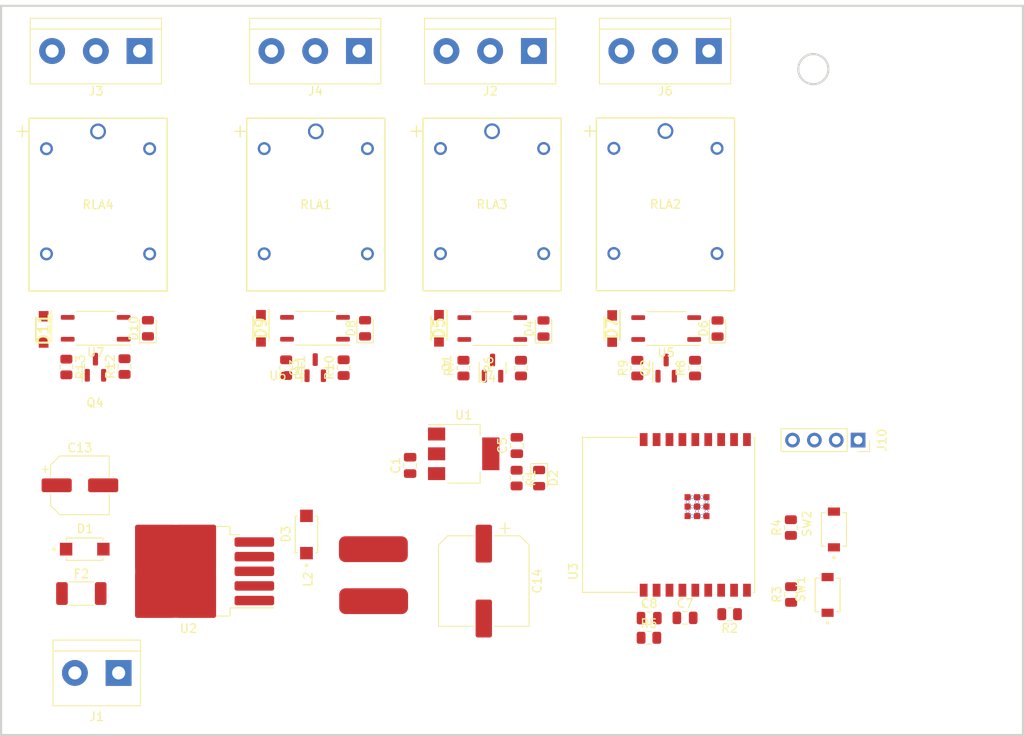
<source format=kicad_pcb>
(kicad_pcb (version 20221018) (generator pcbnew)
  (layers (0 "F.Cu" signal) (31 "B.Cu" signal) (34 "B.Paste" user) (35 "F.Paste" user) (36 "B.SilkS" user "B.Silkscreen") (37 "F.SilkS" user "F.Silkscreen") (38 "B.Mask" user) (39 "F.Mask" user) (44 "Edge.Cuts" user))
  (net 0 "")
  (net 1 "+5V")
  (net 2 "GND")
  (net 3 "+3V3")
  (net 4 "EN")
  (net 5 "Net-(D2-A)")
  (net 6 "Net-(D4-A)")
  (net 7 "Net-(D5-A)")
  (net 8 "Net-(D6-A)")
  (net 9 "Net-(D7-A)")
  (net 10 "Net-(D8-A)")
  (net 11 "Net-(D9-A)")
  (net 12 "Net-(D10-A)")
  (net 13 "Net-(D11-A)")
  (net 14 "Net-(R7-Pad1)")
  (net 15 "Net-(R9-Pad1)")
  (net 16 "Net-(R11-Pad1)")
  (net 17 "Net-(R13-Pad1)")
  (net 19 "TX")
  (net 20 "RX")
  (net 21 "IO9")
  (net 23 "Net-(Q1-B)")
  (net 24 "Net-(Q2-B)")
  (net 25 "Net-(Q3-B)")
  (net 26 "Net-(Q4-B)")
  (net 29 "IO8")
  (net 30 "Net-(R3-Pad2)")
  (net 31 "Net-(R4-Pad2)")
  (net 32 "RLY01")
  (net 33 "Net-(R6-Pad2)")
  (net 34 "RLY02")
  (net 35 "Net-(R8-Pad2)")
  (net 36 "RLY03")
  (net 37 "Net-(R10-Pad2)")
  (net 38 "RLY04")
  (net 39 "Net-(R12-Pad2)")
  (net 43 "Net-(J2-Pin_3)")
  (net 44 "Net-(J2-Pin_2)")
  (net 45 "Net-(J2-Pin_1)")
  (net 46 "Net-(J3-Pin_3)")
  (net 47 "Net-(J3-Pin_2)")
  (net 48 "Net-(J3-Pin_1)")
  (net 49 "Net-(J4-Pin_3)")
  (net 50 "Net-(J4-Pin_2)")
  (net 51 "Net-(J4-Pin_1)")
  (net 52 "Net-(J6-Pin_3)")
  (net 53 "Net-(J6-Pin_2)")
  (net 54 "Net-(J6-Pin_1)")
  (net 55 "+24V")
  (net 56 "Net-(U2-OUT)")
  (net 57 "Net-(D1-K)")
  (net 58 "Net-(D1-A)")
  (footprint "LED_SMD:LED_0805_2012Metric" (layer "F.Cu") (at 56.559 67.6572 90)
    (fp_text reference "D10" (at 0 -1.65 90) (layer "F.SilkS"))
    (fp_text value "LED")
    (pad "1" smd roundrect (at -0.9375 0 90) (size 0.975 1.4) (layers "F.Cu" "F.Paste" "F.Mask") (net 2 "GND"))
    (pad "2" smd roundrect (at 0.9375 0 90) (size 0.975 1.4) (layers "F.Cu" "F.Paste" "F.Mask") (net 12 "Net-(D10-A)"))
  )
  (footprint "G5LA_OMRON:RELAY_G5LA_OMR" (layer "F.Cu") (at 76.061377 44.779993)
    (fp_text reference "RLA1" (at 0 8.509 unlocked) (layer "F.SilkS"))
    (fp_text value "G5LA-1 DC12")
    (pad "1" thru_hole circle (at 0 0) (size 1.8288 1.8288) (drill 1.3208) (layers "*.Cu" "*.Mask") (net 11 "Net-(D9-A)"))
    (pad "2" thru_hole circle (at -5.9944 2.0066) (size 1.4986 1.4986) (drill 0.9652) (layers "*.Cu" "*.Mask") (net 49 "Net-(J4-Pin_3)"))
    (pad "3" thru_hole circle (at -5.9944 14.224) (size 1.4986 1.4986) (drill 0.9652) (layers "*.Cu" "*.Mask") (net 50 "Net-(J4-Pin_2)"))
    (pad "4" thru_hole circle (at 5.9944 14.224) (size 1.4986 1.4986) (drill 0.9652) (layers "*.Cu" "*.Mask") (net 51 "Net-(J4-Pin_1)"))
    (pad "5" thru_hole circle (at 5.9944 2.0066) (size 1.4986 1.4986) (drill 0.9652) (layers "*.Cu" "*.Mask") (net 55 "+24V"))
  )
  (footprint "button:SW_TL1015AF160QG" (layer "F.Cu") (at 135.509 98.6282 90)
    (fp_text reference "SW1" (at 0.675 -3.135 90) (layer "F.SilkS"))
    (fp_text value "SW_Push")
    (pad "1" smd rect (at -2.075 0 90) (size 0.95 1.4) (layers "F.Cu" "F.Paste" "F.Mask") (net 30 "Net-(R3-Pad2)"))
    (pad "2" smd rect (at 2.075 0 90) (size 0.95 1.4) (layers "F.Cu" "F.Paste" "F.Mask") (net 2 "GND"))
  )
  (footprint "TerminalBlock:TerminalBlock_bornier-3_P5.08mm" (layer "F.Cu") (at 81.07 35.45 180)
    (fp_text reference "J4" (at 5.05 -4.65 180) (layer "F.SilkS"))
    (fp_text value "Screw_Terminal_01x03")
    (pad "1" thru_hole rect (at 0 0 180) (size 3 3) (drill 1.52) (layers "*.Cu" "*.Mask") (net 51 "Net-(J4-Pin_1)"))
    (pad "2" thru_hole circle (at 5.08 0 180) (size 3 3) (drill 1.52) (layers "*.Cu" "*.Mask") (net 50 "Net-(J4-Pin_2)"))
    (pad "3" thru_hole circle (at 10.16 0 180) (size 3 3) (drill 1.52) (layers "*.Cu" "*.Mask") (net 49 "Net-(J4-Pin_3)"))
  )
  (footprint "Fuse:Fuse_2010_5025Metric" (layer "F.Cu") (at 48.8212 98.4674)
    (fp_text reference "F2" (at 0 -2.28) (layer "F.SilkS"))
    (fp_text value "Fuse")
    (pad "1" smd roundrect (at -2.25 0) (size 1.35 2.65) (layers "F.Cu" "F.Paste" "F.Mask") (roundrect_rratio 0.185185) (net 55 "+24V"))
    (pad "2" smd roundrect (at 2.25 0) (size 1.35 2.65) (layers "F.Cu" "F.Paste" "F.Mask") (roundrect_rratio 0.185185) (net 58 "Net-(D1-A)"))
  )
  (footprint "Package_TO_SOT_SMD:SOT-23" (layer "F.Cu") (at 75.99 72.2292 90)
    (fp_text reference "Q3" (at 0 -2.4 90) (layer "F.SilkS"))
    (fp_text value "BC817")
    (pad "1" smd roundrect (at -0.9375 -0.95 90) (size 1.475 0.6) (layers "F.Cu" "F.Paste" "F.Mask") (net 25 "Net-(Q3-B)"))
    (pad "2" smd roundrect (at -0.9375 0.95 90) (size 1.475 0.6) (layers "F.Cu" "F.Paste" "F.Mask") (net 2 "GND"))
    (pad "3" smd roundrect (at 0.9375 0 90) (size 1.475 0.6) (layers "F.Cu" "F.Paste" "F.Mask") (net 11 "Net-(D9-A)"))
  )
  (footprint "Package_SO:SOIC-4_4.55x3.7mm_P2.54mm" (layer "F.Cu") (at 75.9646 67.6572 180)
    (fp_text reference "U6" (at 4.318 -5.5178) (layer "F.SilkS"))
    (fp_text value "TLP185")
    (pad "1" smd roundrect (at -3.25 -1.27 180) (size 1.6 0.55) (layers "F.Cu" "F.Paste" "F.Mask") (net 37 "Net-(R10-Pad2)"))
    (pad "3" smd roundrect (at -3.25 1.27 180) (size 1.6 0.55) (layers "F.Cu" "F.Paste" "F.Mask") (net 10 "Net-(D8-A)"))
    (pad "4" smd roundrect (at 3.25 1.27 180) (size 1.6 0.55) (layers "F.Cu" "F.Paste" "F.Mask") (net 16 "Net-(R11-Pad1)"))
    (pad "6" smd roundrect (at 3.25 -1.27 180) (size 1.6 0.55) (layers "F.Cu" "F.Paste" "F.Mask") (net 55 "+24V"))
  )
  (footprint "Resistor_SMD:R_0805_2012Metric" (layer "F.Cu") (at 72.6118 72.2292 -90)
    (fp_text reference "R11" (at 0 -1.65 90) (layer "F.SilkS"))
    (fp_text value "1k")
    (pad "1" smd roundrect (at -0.9125 0 270) (size 1.025 1.4) (layers "F.Cu" "F.Paste" "F.Mask") (roundrect_rratio 0.243902) (net 16 "Net-(R11-Pad1)"))
    (pad "2" smd roundrect (at 0.9125 0 270) (size 1.025 1.4) (layers "F.Cu" "F.Paste" "F.Mask") (roundrect_rratio 0.243902) (net 25 "Net-(Q3-B)"))
  )
  (footprint "Capacitor_SMD:CP_Elec_10x12.6" (layer "F.Cu") (at 95.5734 97.0196 -90)
    (fp_text reference "C14" (at 0 -6.2 90) (layer "F.SilkS"))
    (fp_text value "C_Polarized_Small")
    (pad "1" smd roundrect (at -4.35 0 270) (size 4.4 1.9) (layers "F.Cu" "F.Paste" "F.Mask") (roundrect_rratio 0.131579) (net 1 "+5V"))
    (pad "2" smd roundrect (at 4.35 0 270) (size 4.4 1.9) (layers "F.Cu" "F.Paste" "F.Mask") (roundrect_rratio 0.131579) (net 2 "GND"))
  )
  (footprint "Resistor_SMD:R_0805_2012Metric" (layer "F.Cu") (at 131.2418 90.805 90)
    (fp_text reference "R4" (at 0 -1.65 90) (layer "F.SilkS"))
    (fp_text value "R")
    (pad "1" smd roundrect (at -0.9125 0 90) (size 1.025 1.4) (layers "F.Cu" "F.Paste" "F.Mask") (roundrect_rratio 0.243902) (net 21 "IO9"))
    (pad "2" smd roundrect (at 0.9125 0 90) (size 1.025 1.4) (layers "F.Cu" "F.Paste" "F.Mask") (roundrect_rratio 0.243902) (net 31 "Net-(R4-Pad2)"))
  )
  (footprint "G5LA_OMRON:RELAY_G5LA_OMR" (layer "F.Cu") (at 50.766111 44.790256)
    (fp_text reference "RLA4" (at 0 8.509 unlocked) (layer "F.SilkS"))
    (fp_text value "G5LA-1 DC12")
    (pad "1" thru_hole circle (at 0 0) (size 1.8288 1.8288) (drill 1.3208) (layers "*.Cu" "*.Mask") (net 13 "Net-(D11-A)"))
    (pad "2" thru_hole circle (at -5.9944 2.0066) (size 1.4986 1.4986) (drill 0.9652) (layers "*.Cu" "*.Mask") (net 46 "Net-(J3-Pin_3)"))
    (pad "3" thru_hole circle (at -5.9944 14.224) (size 1.4986 1.4986) (drill 0.9652) (layers "*.Cu" "*.Mask") (net 47 "Net-(J3-Pin_2)"))
    (pad "4" thru_hole circle (at 5.9944 14.224) (size 1.4986 1.4986) (drill 0.9652) (layers "*.Cu" "*.Mask") (net 48 "Net-(J3-Pin_1)"))
    (pad "5" thru_hole circle (at 5.9944 2.0066) (size 1.4986 1.4986) (drill 0.9652) (layers "*.Cu" "*.Mask") (net 55 "+24V"))
  )
  (footprint "Resistor_SMD:R_0805_2012Metric" (layer "F.Cu") (at 93.2112 72.28 90)
    (fp_text reference "R7" (at 0 -1.65 90) (layer "F.SilkS"))
    (fp_text value "1k")
    (pad "1" smd roundrect (at -0.9125 0 90) (size 1.025 1.4) (layers "F.Cu" "F.Paste" "F.Mask") (roundrect_rratio 0.243902) (net 14 "Net-(R7-Pad1)"))
    (pad "2" smd roundrect (at 0.9125 0 90) (size 1.025 1.4) (layers "F.Cu" "F.Paste" "F.Mask") (roundrect_rratio 0.243902) (net 23 "Net-(Q1-B)"))
  )
  (footprint "button:SW_TL1015AF160QG" (layer "F.Cu") (at 136.2456 91.0259 90)
    (fp_text reference "SW2" (at 0.675 -3.135 90) (layer "F.SilkS"))
    (fp_text value "SW_Push")
    (pad "1" smd rect (at -2.075 0 90) (size 0.95 1.4) (layers "F.Cu" "F.Paste" "F.Mask") (net 31 "Net-(R4-Pad2)"))
    (pad "2" smd rect (at 2.075 0 90) (size 0.95 1.4) (layers "F.Cu" "F.Paste" "F.Mask") (net 2 "GND"))
  )
  (footprint "Capacitor_SMD:C_0805_2012Metric" (layer "F.Cu") (at 114.7826 101.3206)
    (fp_text reference "C8" (at 0 -1.68) (layer "F.SilkS"))
    (fp_text value "C")
    (pad "1" smd roundrect (at -0.95 0) (size 1 1.45) (layers "F.Cu" "F.Paste" "F.Mask") (net 3 "+3V3"))
    (pad "2" smd roundrect (at 0.95 0) (size 1 1.45) (layers "F.Cu" "F.Paste" "F.Mask") (net 2 "GND"))
  )
  (footprint "Resistor_SMD:R_0805_2012Metric" (layer "F.Cu") (at 53.8412 72.1022 90)
    (fp_text reference "R12" (at 0 -1.65 90) (layer "F.SilkS"))
    (fp_text value "220r")
    (pad "1" smd roundrect (at -0.9125 0 90) (size 1.025 1.4) (layers "F.Cu" "F.Paste" "F.Mask") (roundrect_rratio 0.243902) (net 38 "RLY04"))
    (pad "2" smd roundrect (at 0.9125 0 90) (size 1.025 1.4) (layers "F.Cu" "F.Paste" "F.Mask") (roundrect_rratio 0.243902) (net 39 "Net-(R12-Pad2)"))
  )
  (footprint "Resistor_SMD:R_0805_2012Metric" (layer "F.Cu") (at 113.4042 72.28 90)
    (fp_text reference "R9" (at 0 -1.65 90) (layer "F.SilkS"))
    (fp_text value "1k")
    (pad "1" smd roundrect (at -0.9125 0 90) (size 1.025 1.4) (layers "F.Cu" "F.Paste" "F.Mask") (roundrect_rratio 0.243902) (net 15 "Net-(R9-Pad1)"))
    (pad "2" smd roundrect (at 0.9125 0 90) (size 1.025 1.4) (layers "F.Cu" "F.Paste" "F.Mask") (roundrect_rratio 0.243902) (net 24 "Net-(Q2-B)"))
  )
  (footprint "Package_SO:SOIC-4_4.55x3.7mm_P2.54mm" (layer "F.Cu") (at 96.564 67.6826 180)
    (fp_text reference "U4" (at 0.5572 -5.7126) (layer "F.SilkS"))
    (fp_text value "TLP185")
    (pad "1" smd roundrect (at -3.25 -1.27 180) (size 1.6 0.55) (layers "F.Cu" "F.Paste" "F.Mask") (net 33 "Net-(R6-Pad2)"))
    (pad "3" smd roundrect (at -3.25 1.27 180) (size 1.6 0.55) (layers "F.Cu" "F.Paste" "F.Mask") (net 6 "Net-(D4-A)"))
    (pad "4" smd roundrect (at 3.25 1.27 180) (size 1.6 0.55) (layers "F.Cu" "F.Paste" "F.Mask") (net 14 "Net-(R7-Pad1)"))
    (pad "6" smd roundrect (at 3.25 -1.27 180) (size 1.6 0.55) (layers "F.Cu" "F.Paste" "F.Mask") (net 55 "+24V"))
  )
  (footprint "Resistor_SMD:R_0805_2012Metric" (layer "F.Cu") (at 99.8914 72.28 90)
    (fp_text reference "R6" (at 0.4045 -3.7338 90) (layer "F.SilkS"))
    (fp_text value "220r")
    (pad "1" smd roundrect (at -0.9125 0 90) (size 1.025 1.4) (layers "F.Cu" "F.Paste" "F.Mask") (roundrect_rratio 0.243902) (net 32 "RLY01"))
    (pad "2" smd roundrect (at 0.9125 0 90) (size 1.025 1.4) (layers "F.Cu" "F.Paste" "F.Mask") (roundrect_rratio 0.243902) (net 33 "Net-(R6-Pad2)"))
  )
  (footprint "G5LA_OMRON:RELAY_G5LA_OMR" (layer "F.Cu") (at 96.536329 44.765935)
    (fp_text reference "RLA3" (at 0 8.509 unlocked) (layer "F.SilkS"))
    (fp_text value "G5LA-1 DC12")
    (pad "1" thru_hole circle (at 0 0) (size 1.8288 1.8288) (drill 1.3208) (layers "*.Cu" "*.Mask") (net 7 "Net-(D5-A)"))
    (pad "2" thru_hole circle (at -5.9944 2.0066) (size 1.4986 1.4986) (drill 0.9652) (layers "*.Cu" "*.Mask") (net 43 "Net-(J2-Pin_3)"))
    (pad "3" thru_hole circle (at -5.9944 14.224) (size 1.4986 1.4986) (drill 0.9652) (layers "*.Cu" "*.Mask") (net 44 "Net-(J2-Pin_2)"))
    (pad "4" thru_hole circle (at 5.9944 14.224) (size 1.4986 1.4986) (drill 0.9652) (layers "*.Cu" "*.Mask") (net 45 "Net-(J2-Pin_1)"))
    (pad "5" thru_hole circle (at 5.9944 2.0066) (size 1.4986 1.4986) (drill 0.9652) (layers "*.Cu" "*.Mask") (net 55 "+24V"))
  )
  (footprint "Resistor_SMD:R_0805_2012Metric" (layer "F.Cu") (at 47.0848 72.153 -90)
    (fp_text reference "R13" (at 0 -1.65 90) (layer "F.SilkS"))
    (fp_text value "1k")
    (pad "1" smd roundrect (at -0.9125 0 270) (size 1.025 1.4) (layers "F.Cu" "F.Paste" "F.Mask") (roundrect_rratio 0.243902) (net 17 "Net-(R13-Pad1)"))
    (pad "2" smd roundrect (at 0.9125 0 270) (size 1.025 1.4) (layers "F.Cu" "F.Paste" "F.Mask") (roundrect_rratio 0.243902) (net 26 "Net-(Q4-B)"))
  )
  (footprint "TerminalBlock:TerminalBlock_bornier-3_P5.08mm" (layer "F.Cu") (at 121.71 35.45 180)
    (fp_text reference "J6" (at 5.05 -4.65 180) (layer "F.SilkS"))
    (fp_text value "Screw_Terminal_01x03")
    (pad "1" thru_hole rect (at 0 0 180) (size 3 3) (drill 1.52) (layers "*.Cu" "*.Mask") (net 54 "Net-(J6-Pin_1)"))
    (pad "2" thru_hole circle (at 5.08 0 180) (size 3 3) (drill 1.52) (layers "*.Cu" "*.Mask") (net 53 "Net-(J6-Pin_2)"))
    (pad "3" thru_hole circle (at 10.16 0 180) (size 3 3) (drill 1.52) (layers "*.Cu" "*.Mask") (net 52 "Net-(J6-Pin_3)"))
  )
  (footprint "Capacitor_SMD:C_0805_2012Metric" (layer "F.Cu") (at 99.4088 81.2716 90)
    (fp_text reference "C5" (at 0 -1.68 90) (layer "F.SilkS"))
    (fp_text value "C")
    (pad "1" smd roundrect (at -0.95 0 90) (size 1 1.45) (layers "F.Cu" "F.Paste" "F.Mask") (net 3 "+3V3"))
    (pad "2" smd roundrect (at 0.95 0 90) (size 1 1.45) (layers "F.Cu" "F.Paste" "F.Mask") (net 2 "GND"))
  )
  (footprint "LED_SMD:LED_0805_2012Metric" (layer "F.Cu") (at 102.5076 67.6826 90)
    (fp_text reference "D4" (at 0 -1.65 90) (layer "F.SilkS"))
    (fp_text value "LED")
    (pad "1" smd roundrect (at -0.9375 0 90) (size 0.975 1.4) (layers "F.Cu" "F.Paste" "F.Mask") (net 2 "GND"))
    (pad "2" smd roundrect (at 0.9375 0 90) (size 0.975 1.4) (layers "F.Cu" "F.Paste" "F.Mask") (net 6 "Net-(D4-A)"))
  )
  (footprint "LED_SMD:LED_0805_2012Metric" (layer "F.Cu") (at 81.7812 67.6572 90)
    (fp_text reference "D8" (at 0 -1.65 90) (layer "F.SilkS"))
    (fp_text value "LED")
    (pad "1" smd roundrect (at -0.9375 0 90) (size 0.975 1.4) (layers "F.Cu" "F.Paste" "F.Mask") (net 2 "GND"))
    (pad "2" smd roundrect (at 0.9375 0 90) (size 0.975 1.4) (layers "F.Cu" "F.Paste" "F.Mask") (net 10 "Net-(D8-A)"))
  )
  (footprint "1n5819W:SODFL3618X110N" (layer "F.Cu") (at 90.3664 67.6572 -90)
    (fp_text reference "D5" (at 0 0 90) (layer "F.SilkS") (effects (font (size 1.27 1.27) (thickness 0.254))))
    (fp_text value "1N5819W" hide)
    (pad "1" smd rect (at -1.525 0) (size 1.13 1.21) (layers "F.Cu" "F.Paste" "F.Mask") (net 55 "+24V"))
    (pad "2" smd rect (at 1.525 0) (size 1.13 1.21) (layers "F.Cu" "F.Paste" "F.Mask") (net 7 "Net-(D5-A)"))
  )
  (footprint "Resistor_SMD:R_0805_2012Metric" (layer "F.Cu") (at 124.1298 100.8634 180)
    (fp_text reference "R2" (at 0 -1.65) (layer "F.SilkS"))
    (fp_text value "10k")
    (pad "1" smd roundrect (at -0.9125 0 180) (size 1.025 1.4) (layers "F.Cu" "F.Paste" "F.Mask") (roundrect_rratio 0.243902) (net 3 "+3V3"))
    (pad "2" smd roundrect (at 0.9125 0 180) (size 1.025 1.4) (layers "F.Cu" "F.Paste" "F.Mask") (roundrect_rratio 0.243902) (net 29 "IO8"))
  )
  (footprint "TerminalBlock:TerminalBlock_bornier-3_P5.08mm" (layer "F.Cu") (at 55.59 35.45 180)
    (fp_text reference "J3" (at 5.05 -4.65 180) (layer "F.SilkS"))
    (fp_text value "Screw_Terminal_01x03")
    (pad "1" thru_hole rect (at 0 0 180) (size 3 3) (drill 1.52) (layers "*.Cu" "*.Mask") (net 48 "Net-(J3-Pin_1)"))
    (pad "2" thru_hole circle (at 5.08 0 180) (size 3 3) (drill 1.52) (layers "*.Cu" "*.Mask") (net 47 "Net-(J3-Pin_2)"))
    (pad "3" thru_hole circle (at 10.16 0 180) (size 3 3) (drill 1.52) (layers "*.Cu" "*.Mask") (net 46 "Net-(J3-Pin_3)"))
  )
  (footprint "Package_SO:SOIC-4_4.55x3.7mm_P2.54mm" (layer "F.Cu") (at 116.757 67.6826 180)
    (fp_text reference "U5" (at 0 -2.8) (layer "F.SilkS"))
    (fp_text value "TLP185")
    (pad "1" smd roundrect (at -3.25 -1.27 180) (size 1.6 0.55) (layers "F.Cu" "F.Paste" "F.Mask") (net 35 "Net-(R8-Pad2)"))
    (pad "3" smd roundrect (at -3.25 1.27 180) (size 1.6 0.55) (layers "F.Cu" "F.Paste" "F.Mask") (net 8 "Net-(D6-A)"))
    (pad "4" smd roundrect (at 3.25 1.27 180) (size 1.6 0.55) (layers "F.Cu" "F.Paste" "F.Mask") (net 15 "Net-(R9-Pad1)"))
    (pad "6" smd roundrect (at 3.25 -1.27 180) (size 1.6 0.55) (layers "F.Cu" "F.Paste" "F.Mask") (net 55 "+24V"))
  )
  (footprint "G5LA_OMRON:RELAY_G5LA_OMR" (layer "F.Cu") (at 116.674024 44.745228)
    (fp_text reference "RLA2" (at 0 8.509 unlocked) (layer "F.SilkS"))
    (fp_text value "G5LA-1 DC12")
    (pad "1" thru_hole circle (at 0 0) (size 1.8288 1.8288) (drill 1.3208) (layers "*.Cu" "*.Mask") (net 9 "Net-(D7-A)"))
    (pad "2" thru_hole circle (at -5.9944 2.0066) (size 1.4986 1.4986) (drill 0.9652) (layers "*.Cu" "*.Mask") (net 52 "Net-(J6-Pin_3)"))
    (pad "3" thru_hole circle (at -5.9944 14.224) (size 1.4986 1.4986) (drill 0.9652) (layers "*.Cu" "*.Mask") (net 53 "Net-(J6-Pin_2)"))
    (pad "4" thru_hole circle (at 5.9944 14.224) (size 1.4986 1.4986) (drill 0.9652) (layers "*.Cu" "*.Mask") (net 54 "Net-(J6-Pin_1)"))
    (pad "5" thru_hole circle (at 5.9944 2.0066) (size 1.4986 1.4986) (drill 0.9652) (layers "*.Cu" "*.Mask") (net 55 "+24V"))
  )
  (footprint "Resistor_SMD:R_0805_2012Metric" (layer "F.Cu") (at 99.3834 85.0562 -90)
    (fp_text reference "R1" (at 0 -1.65 90) (layer "F.SilkS"))
    (fp_text value "R")
    (pad "1" smd roundrect (at -0.9125 0 270) (size 1.025 1.4) (layers "F.Cu" "F.Paste" "F.Mask") (roundrect_rratio 0.243902) (net 3 "+3V3"))
    (pad "2" smd roundrect (at 0.9125 0 270) (size 1.025 1.4) (layers "F.Cu" "F.Paste" "F.Mask") (roundrect_rratio 0.243902) (net 5 "Net-(D2-A)"))
  )
  (footprint "Package_TO_SOT_SMD:SOT-23" (layer "F.Cu") (at 116.757 72.28 90)
    (fp_text reference "Q2" (at 0 -2.4 90) (layer "F.SilkS"))
    (fp_text value "BC817")
    (pad "1" smd roundrect (at -0.9375 -0.95 90) (size 1.475 0.6) (layers "F.Cu" "F.Paste" "F.Mask") (net 24 "Net-(Q2-B)"))
    (pad "2" smd roundrect (at -0.9375 0.95 90) (size 1.475 0.6) (layers "F.Cu" "F.Paste" "F.Mask") (net 2 "GND"))
    (pad "3" smd roundrect (at 0.9375 0 90) (size 1.475 0.6) (layers "F.Cu" "F.Paste" "F.Mask") (net 9 "Net-(D7-A)"))
  )
  (footprint "TerminalBlock:TerminalBlock_bornier-2_P5.08mm" (layer "F.Cu") (at 53.1554 107.6876 180)
    (fp_text reference "J1" (at 2.54 -5.08) (layer "F.SilkS"))
    (fp_text value "Screw_Terminal_01x02")
    (pad "1" thru_hole rect (at 0 0 180) (size 3 3) (drill 1.52) (layers "*.Cu" "*.Mask") (net 2 "GND"))
    (pad "2" thru_hole circle (at 5.08 0 180) (size 3 3) (drill 1.52) (layers "*.Cu" "*.Mask") (net 55 "+24V"))
  )
  (footprint "Package_TO_SOT_SMD:SOT-223-3_TabPin2" (layer "F.Cu") (at 93.2366 82.2368)
    (fp_text reference "U1" (at 0 -4.5) (layer "F.SilkS"))
    (fp_text value "AMS1117-3.3")
    (pad "1" smd rect (at -3.15 -2.3) (size 2 1.5) (layers "F.Cu" "F.Paste" "F.Mask") (net 2 "GND"))
    (pad "2" smd rect (at -3.15 0) (size 2 1.5) (layers "F.Cu" "F.Paste" "F.Mask") (net 3 "+3V3"))
    (pad "2" smd rect (at 3.15 0) (size 2 3.8) (layers "F.Cu" "F.Paste" "F.Mask") (net 3 "+3V3"))
    (pad "3" smd rect (at -3.15 2.3) (size 2 1.5) (layers "F.Cu" "F.Paste" "F.Mask") (net 1 "+5V"))
  )
  (footprint "Capacitor_SMD:CP_Elec_6.3x7.7" (layer "F.Cu") (at 48.6582 85.8944)
    (fp_text reference "C13" (at 0 -4.35) (layer "F.SilkS"))
    (fp_text value "C_Polarized_Small")
    (pad "1" smd roundrect (at -2.7 0) (size 3.5 1.6) (layers "F.Cu" "F.Paste" "F.Mask") (roundrect_rratio 0.15625) (net 57 "Net-(D1-K)"))
    (pad "2" smd roundrect (at 2.7 0) (size 3.5 1.6) (layers "F.Cu" "F.Paste" "F.Mask") (roundrect_rratio 0.15625) (net 2 "GND"))
  )
  (footprint "Package_TO_SOT_SMD:SOT-23" (layer "F.Cu") (at 96.5894 72.28 90)
    (fp_text reference "Q1" (at 0.5572 -5.3126 90) (layer "F.SilkS"))
    (fp_text value "BC817")
    (pad "1" smd roundrect (at -0.9375 -0.95 90) (size 1.475 0.6) (layers "F.Cu" "F.Paste" "F.Mask") (net 23 "Net-(Q1-B)"))
    (pad "2" smd roundrect (at -0.9375 0.95 90) (size 1.475 0.6) (layers "F.Cu" "F.Paste" "F.Mask") (net 2 "GND"))
    (pad "3" smd roundrect (at 0.9375 0 90) (size 1.475 0.6) (layers "F.Cu" "F.Paste" "F.Mask") (net 7 "Net-(D5-A)"))
  )
  (footprint "Capacitor_SMD:C_0805_2012Metric" (layer "F.Cu") (at 118.9482 101.2952)
    (fp_text reference "C7" (at 0 -1.68) (layer "F.SilkS"))
    (fp_text value "1uF")
    (pad "1" smd roundrect (at -0.95 0) (size 1 1.45) (layers "F.Cu" "F.Paste" "F.Mask") (net 4 "EN"))
    (pad "2" smd roundrect (at 0.95 0) (size 1 1.45) (layers "F.Cu" "F.Paste" "F.Mask") (net 2 "GND"))
  )
  (footprint "Package_TO_SOT_SMD:SOT-23" (layer "F.Cu") (at 50.463 72.1784 90)
    (fp_text reference "Q4" (at -4.1402 -0.0508 180) (layer "F.SilkS"))
    (fp_text value "BC817")
    (pad "1" smd roundrect (at -0.9375 -0.95 90) (size 1.475 0.6) (layers "F.Cu" "F.Paste" "F.Mask") (net 26 "Net-(Q4-B)"))
    (pad "2" smd roundrect (at -0.9375 0.95 90) (size 1.475 0.6) (layers "F.Cu" "F.Paste" "F.Mask") (net 2 "GND"))
    (pad "3" smd roundrect (at 0.9375 0 90) (size 1.475 0.6) (layers "F.Cu" "F.Paste" "F.Mask") (net 13 "Net-(D11-A)"))
  )
  (footprint "LED_SMD:LED_0805_2012Metric" (layer "F.Cu") (at 122.726 67.6826 90)
    (fp_text reference "D6" (at 0 -1.65 90) (layer "F.SilkS"))
    (fp_text value "LED")
    (pad "1" smd roundrect (at -0.9375 0 90) (size 0.975 1.4) (layers "F.Cu" "F.Paste" "F.Mask") (net 2 "GND"))
    (pad "2" smd roundrect (at 0.9375 0 90) (size 0.975 1.4) (layers "F.Cu" "F.Paste" "F.Mask") (net 8 "Net-(D6-A)"))
  )
  (footprint "LED_SMD:LED_0805_2012Metric" (layer "F.Cu") (at 101.9996 85.0562 -90)
    (fp_text reference "D2" (at 0 -1.65 90) (layer "F.SilkS"))
    (fp_text value "LED")
    (pad "1" smd roundrect (at -0.9375 0 270) (size 0.975 1.4) (layers "F.Cu" "F.Paste" "F.Mask") (net 2 "GND"))
    (pad "2" smd roundrect (at 0.9375 0 270) (size 0.975 1.4) (layers "F.Cu" "F.Paste" "F.Mask") (net 5 "Net-(D2-A)"))
  )
  (footprint "Capacitor_SMD:C_0805_2012Metric" (layer "F.Cu") (at 87.0136 83.583 90)
    (fp_text reference "C1" (at 0 -1.68 90) (layer "F.SilkS"))
    (fp_text value "C")
    (pad "1" smd roundrect (at -0.95 0 90) (size 1 1.45) (layers "F.Cu" "F.Paste" "F.Mask") (net 1 "+5V"))
    (pad "2" smd roundrect (at 0.95 0 90) (size 1 1.45) (layers "F.Cu" "F.Paste" "F.Mask") (net 2 "GND"))
  )
  (footprint "TerminalBlock:TerminalBlock_bornier-3_P5.08mm" (layer "F.Cu") (at 101.39 35.45 180)
    (fp_text reference "J2" (at 5.05 -4.65 180) (layer "F.SilkS"))
    (fp_text value "Screw_Terminal_01x03")
    (pad "1" thru_hole rect (at 0 0 180) (size 3 3) (drill 1.52) (layers "*.Cu" "*.Mask") (net 45 "Net-(J2-Pin_1)"))
    (pad "2" thru_hole circle (at 5.08 0 180) (size 3 3) (drill 1.52) (layers "*.Cu" "*.Mask") (net 44 "Net-(J2-Pin_2)"))
    (pad "3" thru_hole circle (at 10.16 0 180) (size 3 3) (drill 1.52) (layers "*.Cu" "*.Mask") (net 43 "Net-(J2-Pin_3)"))
  )
  (footprint "SS310:SODFL5226X100N" (layer "F.Cu") (at 49.217 93.3112)
    (fp_text reference "D1" (at 0.04 -2.385) (layer "F.SilkS"))
    (fp_text value "1N5819WS")
    (pad "1" smd rect (at -2.165 0) (size 1.44 1.48) (layers "F.Cu" "F.Paste" "F.Mask") (net 57 "Net-(D1-K)"))
    (pad "2" smd rect (at 2.165 0) (size 1.44 1.48) (layers "F.Cu" "F.Paste" "F.Mask") (net 58 "Net-(D1-A)"))
  )
  (footprint "SS310:SODFL5226X100N" (layer "F.Cu") (at 74.974 91.6094 90)
    (fp_text reference "D3" (at 0.04 -2.385 90) (layer "F.SilkS"))
    (fp_text value "1N5819WS")
    (pad "1" smd rect (at -2.165 0 90) (size 1.44 1.48) (layers "F.Cu" "F.Paste" "F.Mask") (net 1 "+5V"))
    (pad "2" smd rect (at 2.165 0 90) (size 1.44 1.48) (layers "F.Cu" "F.Paste" "F.Mask") (net 2 "GND"))
  )
  (footprint "Resistor_SMD:R_0805_2012Metric" (layer "F.Cu") (at 114.7572 103.6066)
    (fp_text reference "R5" (at 0 -1.65) (layer "F.SilkS"))
    (fp_text value "10K")
    (pad "1" smd roundrect (at -0.9125 0) (size 1.025 1.4) (layers "F.Cu" "F.Paste" "F.Mask") (roundrect_rratio 0.243902) (net 3 "+3V3"))
    (pad "2" smd roundrect (at 0.9125 0) (size 1.025 1.4) (layers "F.Cu" "F.Paste" "F.Mask") (roundrect_rratio 0.243902) (net 4 "EN"))
  )
  (footprint "Resistor_SMD:R_0805_2012Metric" (layer "F.Cu") (at 131.2672 98.5774 90)
    (fp_text reference "R3" (at 0 -1.65 90) (layer "F.SilkS"))
    (fp_text value "R")
    (pad "1" smd roundrect (at -0.9125 0 90) (size 1.025 1.4) (layers "F.Cu" "F.Paste" "F.Mask") (roundrect_rratio 0.243902) (net 4 "EN"))
    (pad "2" smd roundrect (at 0.9125 0 90) (size 1.025 1.4) (layers "F.Cu" "F.Paste" "F.Mask") (roundrect_rratio 0.243902) (net 30 "Net-(R3-Pad2)"))
  )
  (footprint "Connector_PinSocket_2.54mm:PinSocket_1x04_P2.54mm_Vertical" (layer "F.Cu") (at 139.055 80.6446 -90)
    (fp_text reference "J10" (at 0 -2.77 90) (layer "F.SilkS"))
    (fp_text value "Conn_01x04_Male")
    (pad "1" thru_hole rect (at 0 0 270) (size 1.7 1.7) (drill 1) (layers "*.Cu" "*.Mask") (net 19 "TX"))
    (pad "2" thru_hole oval (at 0 2.54 270) (size 1.7 1.7) (drill 1) (layers "*.Cu" "*.Mask") (net 20 "RX"))
    (pad "3" thru_hole oval (at 0 5.08 270) (size 1.7 1.7) (drill 1) (layers "*.Cu" "*.Mask") (net 21 "IO9"))
    (pad "4" thru_hole oval (at 0 7.62 270) (size 1.7 1.7) (drill 1) (layers "*.Cu" "*.Mask") (net 2 "GND"))
  )
  (footprint "Resistor_SMD:R_0805_2012Metric" (layer "F.Cu") (at 79.292 72.2292 90)
    (fp_text reference "R10" (at 0 -1.65 90) (layer "F.SilkS"))
    (fp_text value "220r")
    (pad "1" smd roundrect (at -0.9125 0 90) (size 1.025 1.4) (layers "F.Cu" "F.Paste" "F.Mask") (roundrect_rratio 0.243902) (net 36 "RLY03"))
    (pad "2" smd roundrect (at 0.9125 0 90) (size 1.025 1.4) (layers "F.Cu" "F.Paste" "F.Mask") (roundrect_rratio 0.243902) (net 37 "Net-(R10-Pad2)"))
  )
  (footprint "1n5819W:SODFL3618X110N" (layer "F.Cu") (at 44.4432 67.7842 -90)
    (fp_text reference "D11" (at 0 0 90) (layer "F.SilkS") (effects (font (size 1.27 1.27) (thickness 0.254))))
    (fp_text value "1N5819W" hide)
    (pad "1" smd rect (at -1.525 0) (size 1.13 1.21) (layers "F.Cu" "F.Paste" "F.Mask") (net 55 "+24V"))
    (pad "2" smd rect (at 1.525 0) (size 1.13 1.21) (layers "F.Cu" "F.Paste" "F.Mask") (net 13 "Net-(D11-A)"))
  )
  (footprint "Package_TO_SOT_SMD:TO-263-5_TabPin3" (layer "F.Cu") (at 61.2714 95.883 180)
    (fp_text reference "U2" (at 0 -6.65) (layer "F.SilkS"))
    (fp_text value "LM2576HVS-5")
    (pad "1" smd roundrect (at -7.65 -3.4 180) (size 4.6 1.1) (layers "F.Cu" "F.Paste" "F.Mask") (roundrect_rratio 0.227273) (net 57 "Net-(D1-K)"))
    (pad "2" smd roundrect (at -7.65 -1.7 180) (size 4.6 1.1) (layers "F.Cu" "F.Paste" "F.Mask") (roundrect_rratio 0.227273) (net 56 "Net-(U2-OUT)"))
    (pad "3" smd roundrect (at -7.65 0 180) (size 4.6 1.1) (layers "F.Cu" "F.Paste" "F.Mask") (roundrect_rratio 0.227273) (net 2 "GND"))
    (pad "3" smd roundrect (at -0.925 -2.775 180) (size 4.55 5.25) (layers "F.Cu" "F.Paste") (roundrect_rratio 0.054945) (net 2 "GND"))
    (pad "3" smd roundrect (at -0.925 2.775 180) (size 4.55 5.25) (layers "F.Cu" "F.Paste") (roundrect_rratio 0.054945) (net 2 "GND"))
    (pad "3" smd roundrect (at 1.5 0 180) (size 9.4 10.8) (layers "F.Cu" "F.Mask") (roundrect_rratio 0.026596) (net 2 "GND"))
    (pad "3" smd roundrect (at 3.925 -2.775 180) (size 4.55 5.25) (layers "F.Cu" "F.Paste") (roundrect_rratio 0.054945) (net 2 "GND"))
    (pad "3" smd roundrect (at 3.925 2.775 180) (size 4.55 5.25) (layers "F.Cu" "F.Paste") (roundrect_rratio 0.054945) (net 2 "GND"))
    (pad "4" smd roundrect (at -7.65 1.7 180) (size 4.6 1.1) (layers "F.Cu" "F.Paste" "F.Mask") (roundrect_rratio 0.227273) (net 1 "+5V"))
    (pad "5" smd roundrect (at -7.65 3.4 180) (size 4.6 1.1) (layers "F.Cu" "F.Paste" "F.Mask") (roundrect_rratio 0.227273) (net 2 "GND"))
  )
  (footprint "ESP32_C3:MODULE_ESP32-C3-WROOM-02-H4" (layer "F.Cu") (at 117.0432 89.3318 90)
    (fp_text reference "U3" (at -6.575 -11.085 90) (layer "F.SilkS"))
    (fp_text value "ESP32-C3-WROOM-02-N4")
    (pad "1" smd rect (at -8.75 -2.9 90) (size 1.5 0.9) (layers "F.Cu" "F.Paste" "F.Mask") (net 3 "+3V3"))
    (pad "2" smd rect (at -8.75 -1.4 90) (size 1.5 0.9) (layers "F.Cu" "F.Paste" "F.Mask") (net 4 "EN"))
    (pad "3" smd rect (at -8.75 0.1 90) (size 1.5 0.9) (layers "F.Cu" "F.Paste" "F.Mask"))
    (pad "4" smd rect (at -8.75 1.6 90) (size 1.5 0.9) (layers "F.Cu" "F.Paste" "F.Mask"))
    (pad "5" smd rect (at -8.75 3.1 90) (size 1.5 0.9) (layers "F.Cu" "F.Paste" "F.Mask"))
    (pad "6" smd rect (at -8.75 4.6 90) (size 1.5 0.9) (layers "F.Cu" "F.Paste" "F.Mask"))
    (pad "7" smd rect (at -8.75 6.1 90) (size 1.5 0.9) (layers "F.Cu" "F.Paste" "F.Mask") (net 29 "IO8"))
    (pad "8" smd rect (at -8.75 7.6 90) (size 1.5 0.9) (layers "F.Cu" "F.Paste" "F.Mask") (net 21 "IO9"))
    (pad "9" smd rect (at -8.75 9.1 90) (size 1.5 0.9) (layers "F.Cu" "F.Paste" "F.Mask") (net 2 "GND"))
    (pad "10" smd rect (at 8.75 9.1 90) (size 1.5 0.9) (layers "F.Cu" "F.Paste" "F.Mask"))
    (pad "11" smd rect (at 8.75 7.6 90) (size 1.5 0.9) (layers "F.Cu" "F.Paste" "F.Mask") (net 20 "RX"))
    (pad "12" smd rect (at 8.75 6.1 90) (size 1.5 0.9) (layers "F.Cu" "F.Paste" "F.Mask") (net 19 "TX"))
    (pad "13" smd rect (at 8.75 4.6 90) (size 1.5 0.9) (layers "F.Cu" "F.Paste" "F.Mask"))
    (pad "14" smd rect (at 8.75 3.1 90) (size 1.5 0.9) (layers "F.Cu" "F.Paste" "F.Mask"))
    (pad "15" smd rect (at 8.75 1.6 90) (size 1.5 0.9) (layers "F.Cu" "F.Paste" "F.Mask") (net 38 "RLY04"))
    (pad "16" smd rect (at 8.75 0.1 90) (size 1.5 0.9) (layers "F.Cu" "F.Paste" "F.Mask") (net 36 "RLY03"))
    (pad "17" smd rect (at 8.75 -1.4 90) (size 1.5 0.9) (layers "F.Cu" "F.Paste" "F.Mask") (net 34 "RLY02"))
    (pad "18" smd rect (at 8.75 -2.9 90) (size 1.5 0.9) (layers "F.Cu" "F.Paste" "F.Mask") (net 32 "RLY01"))
    (pad "19" smd rect (at -0.14 2.2 90) (size 0.7 0.7) (layers "F.Cu" "F.Paste" "F.Mask") (net 2 "GND"))
    (pad "20" smd rect (at 0.96 2.2 90) (size 0.7 0.7) (layers "F.Cu" "F.Paste" "F.Mask") (net 2 "GND"))
    (pad "21" smd rect (at 2.06 2.2 90) (size 0.7 0.7) (layers "F.Cu" "F.Paste" "F.Mask") (net 2 "GND"))
    (pad "22" smd rect (at -0.14 3.3 90) (size 0.7 0.7) (layers "F.Cu" "F.Paste" "F.Mask") (net 2 "GND"))
    (pad "23" smd rect (at 0.96 3.3 90) (size 0.7 0.7) (layers "F.Cu" "F.Paste" "F.Mask") (net 2 "GND"))
    (pad "24" smd rect (at 2.06 3.3 90) (size 0.7 0.7) (layers "F.Cu" "F.Paste" "F.Mask") (net 2 "GND"))
    (pad "25" smd rect (at -0.14 4.4 90) (size 0.7 0.7) (layers "F.Cu" "F.Paste" "F.Mask") (net 2 "GND"))
    (pad "26" smd rect (at 0.96 4.4 90) (size 0.7 0.7) (layers "F.Cu" "F.Paste" "F.Mask") (net 2 "GND"))
    (pad "27" smd rect (at 2.06 4.4 90) (size 0.7 0.7) (layers "F.Cu" "F.Paste" "F.Mask") (net 2 "GND"))
    (pad "28" thru_hole circle (at 0.41 2.2 90) (size 0.4 0.4) (drill 0.3) (layers "*.Cu") (net 2 "GND"))
    (pad "29" thru_hole circle (at 1.51 2.2 90) (size 0.4 0.4) (drill 0.3) (layers "*.Cu") (net 2 "GND"))
    (pad "30" thru_hole circle (at -0.14 2.75 90) (size 0.4 0.4) (drill 0.3) (layers "*.Cu") (net 2 "GND"))
    (pad "31" thru_hole circle (at 0.96 2.75 90) (size 0.4 0.4) (drill 0.3) (layers "*.Cu") (net 2 "GND"))
    (pad "32" thru_hole circle (at 2.06 2.75 90) (size 0.4 0.4) (drill 0.3) (layers "*.Cu") (net 2 "GND"))
    (pad "33" thru_hole circle (at 0.41 3.3 90) (size 0.4 0.4) (drill 0.3) (layers "*.Cu") (net 2 "GND"))
    (pad "34" thru_hole circle (at 1.51 3.3 90) (size 0.4 0.4) (drill 0.3) (layers "*.Cu") (net 2 "GND"))
    (pad "35" thru_hole circle (at -0.14 3.85 90) (size 0.4 0.4) (drill 0.3) (layers "*.Cu") (net 2 "GND"))
    (pad "36" thru_hole circle (at 0.96 3.85 90) (size 0.4 0.4) (drill 0.3) (layers "*.Cu") (net 2 "GND"))
    (pad "37" thru_hole circle (at 2.06 3.85 90) (size 0.4 0.4) (drill 0.3) (layers "*.Cu") (net 2 "GND"))
    (pad "38" thru_hole circle (at 0.41 4.4 90) (size 0.4 0.4) (drill 0.3) (layers "*.Cu") (net 2 "GND"))
    (pad "39" thru_hole circle (at 1.51 4.4 90) (size 0.4 0.4) (drill 0.3) (layers "*.Cu") (net 2 "GND"))
  )
  (footprint "1n5819W:SODFL3618X110N" (layer "F.Cu") (at 110.4832 67.6826 -90)
    (fp_text reference "D7" (at 0 0 90) (layer "F.SilkS") (effects (font (size 1.27 1.27) (thickness 0.254))))
    (fp_text value "1N5819W" hide)
    (pad "1" smd rect (at -1.525 0) (size 1.13 1.21) (layers "F.Cu" "F.Paste" "F.Mask") (net 55 "+24V"))
    (pad "2" smd rect (at 1.525 0) (size 1.13 1.21) (layers "F.Cu" "F.Paste" "F.Mask") (net 9 "Net-(D7-A)"))
  )
  (footprint "L:100uH" (layer "F.Cu") (at 77.6964 96.8138 90)
    (fp_text reference "L2" (at 0 -2.54 90 unlocked) (layer "F.SilkS"))
    (fp_text value "L")
    (pad "1" smd roundrect (at -2.54 5.08 90) (size 3 8) (layers "F.Cu" "F.Paste" "F.Mask") (net 56 "Net-(U2-OUT)"))
    (pad "2" smd roundrect (at 3.5 5.05 90) (size 3 8) (layers "F.Cu" "F.Paste" "F.Mask") (net 1 "+5V"))
  )
  (footprint "Package_SO:SOIC-4_4.55x3.7mm_P2.54mm" (layer "F.Cu") (at 50.4884 67.6572 180)
    (fp_text reference "U7" (at 0 -2.8 180) (layer "F.SilkS"))
    (fp_text value "TLP185")
    (pad "1" smd roundrect (at -3.25 -1.27 180) (size 1.6 0.55) (layers "F.Cu" "F.Paste" "F.Mask") (net 39 "Net-(R12-Pad2)"))
    (pad "3" smd roundrect (at -3.25 1.27 180) (size 1.6 0.55) (layers "F.Cu" "F.Paste" "F.Mask") (net 12 "Net-(D10-A)"))
    (pad "4" smd roundrect (at 3.25 1.27 180) (size 1.6 0.55) (layers "F.Cu" "F.Paste" "F.Mask") (net 17 "Net-(R13-Pad1)"))
    (pad "6" smd roundrect (at 3.25 -1.27 180) (size 1.6 0.55) (layers "F.Cu" "F.Paste" "F.Mask") (net 55 "+24V"))
  )
  (footprint "1n5819W:SODFL3618X110N" (layer "F.Cu") (at 69.6908 67.6572 -90)
    (fp_text reference "D9" (at 0 0 90) (layer "F.SilkS") (effects (font (size 1.27 1.27) (thickness 0.254))))
    (fp_text value "1N5819W" hide)
    (pad "1" smd rect (at -1.525 0) (size 1.13 1.21) (layers "F.Cu" "F.Paste" "F.Mask") (net 55 "+24V"))
    (pad "2" smd rect (at 1.525 0) (size 1.13 1.21) (layers "F.Cu" "F.Paste" "F.Mask") (net 11 "Net-(D9-A)"))
  )
  (footprint "Resistor_SMD:R_0805_2012Metric" (layer "F.Cu") (at 120.1098 72.28 90)
    (fp_text reference "R8" (at 0 -1.65 90) (layer "F.SilkS"))
    (fp_text value "220r")
    (pad "1" smd roundrect (at -0.9125 0 90) (size 1.025 1.4) (layers "F.Cu" "F.Paste" "F.Mask") (roundrect_rratio 0.243902) (net 34 "RLY02"))
    (pad "2" smd roundrect (at 0.9125 0 90) (size 1.025 1.4) (layers "F.Cu" "F.Paste" "F.Mask") (roundrect_rratio 0.243902) (net 35 "Net-(R8-Pad2)"))
  )
  (gr_circle (center 133.85 37.55) (end 135.6 37.55) (stroke (width 0.25)) (fill none) (layer "Edge.Cuts"))
  (gr_line (start 39.5 114.9) (end 158.2 114.9) (stroke (width 0.25)) (layer "Edge.Cuts"))
  (gr_line (start 158.2 30.2) (end 39.5 30.2) (stroke (width 0.25)) (layer "Edge.Cuts"))
  (gr_line (start 39.5 30.2) (end 39.5 114.9) (stroke (width 0.25)) (layer "Edge.Cuts"))
  (gr_line (start 158.2 114.9) (end 158.2 30.2) (stroke (width 0.25)) (layer "Edge.Cuts"))
)
</source>
